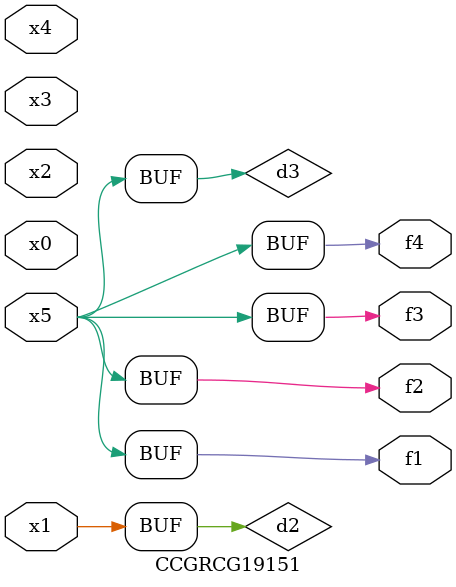
<source format=v>
module CCGRCG19151(
	input x0, x1, x2, x3, x4, x5,
	output f1, f2, f3, f4
);

	wire d1, d2, d3;

	not (d1, x5);
	or (d2, x1);
	xnor (d3, d1);
	assign f1 = d3;
	assign f2 = d3;
	assign f3 = d3;
	assign f4 = d3;
endmodule

</source>
